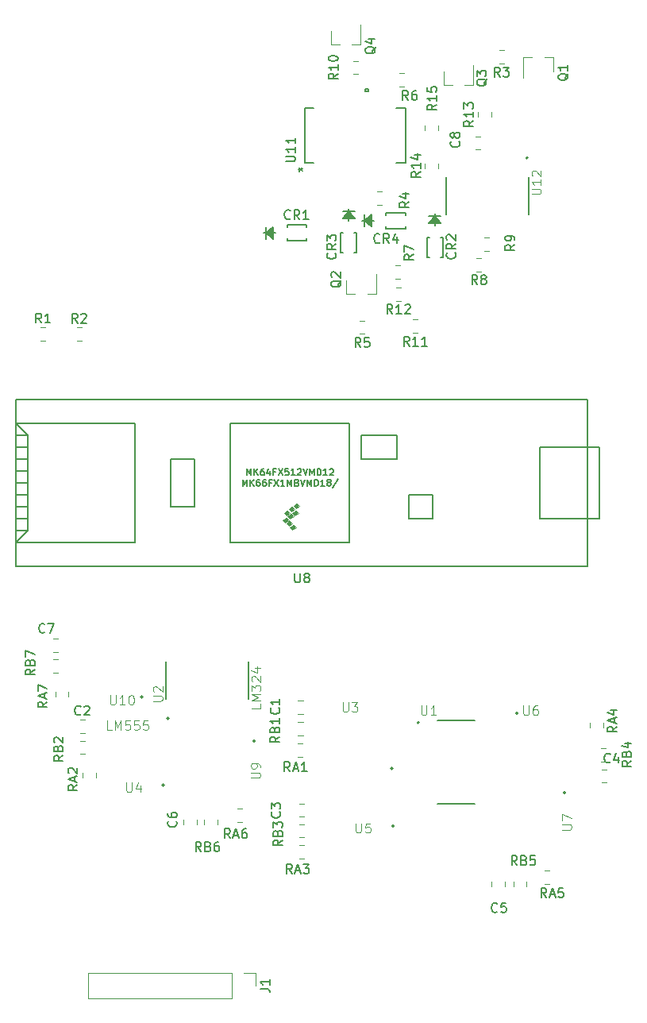
<source format=gbr>
%TF.GenerationSoftware,KiCad,Pcbnew,(5.0.1)-4*%
%TF.CreationDate,2019-11-27T13:35:36-06:00*%
%TF.ProjectId,new_synth_transistor,6E65775F73796E74685F7472616E7369,rev?*%
%TF.SameCoordinates,Original*%
%TF.FileFunction,Legend,Top*%
%TF.FilePolarity,Positive*%
%FSLAX46Y46*%
G04 Gerber Fmt 4.6, Leading zero omitted, Abs format (unit mm)*
G04 Created by KiCad (PCBNEW (5.0.1)-4) date 11/27/2019 1:35:36 PM*
%MOMM*%
%LPD*%
G01*
G04 APERTURE LIST*
%ADD10C,0.200000*%
%ADD11C,0.127000*%
%ADD12C,0.152400*%
%ADD13C,0.150000*%
%ADD14C,0.100000*%
%ADD15C,0.120000*%
%ADD16C,0.050000*%
G04 APERTURE END LIST*
D10*
X272691529Y-33233212D02*
G75*
G03X272691529Y-33233212I-100000J0D01*
G01*
D11*
X272811529Y-35278212D02*
X272811529Y-39278212D01*
X263951529Y-35278212D02*
X263951529Y-39278212D01*
X231613448Y-90657494D02*
G75*
G03X231613448Y-90657494I-127000J0D01*
G01*
X271607280Y-92435680D02*
G75*
G03X271607280Y-92435680I-127000J0D01*
G01*
X233919970Y-100095153D02*
G75*
G03X233919970Y-100095153I-127000J0D01*
G01*
D12*
X259609200Y-33745902D02*
X259609200Y-27903902D01*
X259609200Y-27903902D02*
X258659240Y-27903902D01*
X248865000Y-27903902D02*
X248865000Y-33745902D01*
X248865000Y-33745902D02*
X249814960Y-33745902D01*
X258659240Y-33745902D02*
X259609200Y-33745902D01*
X249814960Y-27903902D02*
X248865000Y-27903902D01*
X255316600Y-25859202D02*
X255697600Y-25859202D01*
X255697600Y-25859202D02*
X255697600Y-26113202D01*
X255697600Y-26113202D02*
X255316600Y-26113202D01*
X255316600Y-26113202D02*
X255316600Y-25859202D01*
D13*
X262554720Y-71688960D02*
X262554720Y-69148960D01*
X262554720Y-69148960D02*
X260014720Y-69148960D01*
X260014720Y-69148960D02*
X260014720Y-71688960D01*
X260014720Y-71688960D02*
X262554720Y-71688960D01*
X254934720Y-62798960D02*
X258744720Y-62798960D01*
X258744720Y-62798960D02*
X258744720Y-65338960D01*
X258744720Y-65338960D02*
X254934720Y-65338960D01*
X254934720Y-65338960D02*
X254934720Y-62798960D01*
X240964720Y-61528960D02*
X240964720Y-74228960D01*
X253664720Y-74228960D02*
X253664720Y-61528960D01*
X253664720Y-61528960D02*
X240964720Y-61528960D01*
X253664720Y-74228960D02*
X240964720Y-74228960D01*
X219374720Y-62798960D02*
X218104720Y-62798960D01*
X219374720Y-64068960D02*
X218104720Y-64068960D01*
X219374720Y-65338960D02*
X218104720Y-65338960D01*
X219374720Y-66608960D02*
X218104720Y-66608960D01*
X219374720Y-67878960D02*
X218104720Y-67878960D01*
X219374720Y-69148960D02*
X218104720Y-69148960D01*
X219374720Y-70418960D02*
X218104720Y-70418960D01*
X219374720Y-71688960D02*
X218104720Y-71688960D01*
X219374720Y-72958960D02*
X218104720Y-72958960D01*
X218104720Y-61528960D02*
X219374720Y-62798960D01*
X219374720Y-62798960D02*
X219374720Y-72958960D01*
X219374720Y-72958960D02*
X218104720Y-74228960D01*
X218104720Y-74228960D02*
X230804720Y-74228960D01*
X230804720Y-74228960D02*
X230804720Y-61528960D01*
X230804720Y-61528960D02*
X218104720Y-61528960D01*
X218104720Y-76768960D02*
X279064720Y-76768960D01*
X279064720Y-58988960D02*
X218104720Y-58988960D01*
X279064720Y-64068960D02*
X280334720Y-64068960D01*
X280334720Y-64068960D02*
X280334720Y-71688960D01*
X280334720Y-71688960D02*
X279064720Y-71688960D01*
X273984720Y-64068960D02*
X273984720Y-71688960D01*
X273984720Y-71688960D02*
X279064720Y-71688960D01*
X273984720Y-64068960D02*
X279064720Y-64068960D01*
X234614720Y-70418960D02*
X234614720Y-65338960D01*
X234614720Y-65338960D02*
X237154720Y-65338960D01*
X237154720Y-65338960D02*
X237154720Y-70418960D01*
X237154720Y-70418960D02*
X234614720Y-70418960D01*
X218104720Y-76768960D02*
X218104720Y-58988960D01*
X279064720Y-58988960D02*
X279064720Y-76768960D01*
D14*
G36*
X247568720Y-72831960D02*
X247314720Y-72577960D01*
X247695720Y-72323960D01*
X247949720Y-72577960D01*
X247568720Y-72831960D01*
G37*
X247568720Y-72831960D02*
X247314720Y-72577960D01*
X247695720Y-72323960D01*
X247949720Y-72577960D01*
X247568720Y-72831960D01*
G36*
X247822720Y-71307960D02*
X247568720Y-71053960D01*
X247949720Y-70799960D01*
X248203720Y-71053960D01*
X247822720Y-71307960D01*
G37*
X247822720Y-71307960D02*
X247568720Y-71053960D01*
X247949720Y-70799960D01*
X248203720Y-71053960D01*
X247822720Y-71307960D01*
G36*
X247949720Y-70545960D02*
X247695720Y-70291960D01*
X248076720Y-70037960D01*
X248330720Y-70291960D01*
X247949720Y-70545960D01*
G37*
X247949720Y-70545960D02*
X247695720Y-70291960D01*
X248076720Y-70037960D01*
X248330720Y-70291960D01*
X247949720Y-70545960D01*
G36*
X246806720Y-72069960D02*
X246552720Y-71815960D01*
X246933720Y-71561960D01*
X247187720Y-71815960D01*
X246806720Y-72069960D01*
G37*
X246806720Y-72069960D02*
X246552720Y-71815960D01*
X246933720Y-71561960D01*
X247187720Y-71815960D01*
X246806720Y-72069960D01*
G36*
X247441720Y-70926960D02*
X247187720Y-70672960D01*
X247568720Y-70418960D01*
X247822720Y-70672960D01*
X247441720Y-70926960D01*
G37*
X247441720Y-70926960D02*
X247187720Y-70672960D01*
X247568720Y-70418960D01*
X247822720Y-70672960D01*
X247441720Y-70926960D01*
G36*
X246933720Y-71307960D02*
X246679720Y-71053960D01*
X247060720Y-70799960D01*
X247314720Y-71053960D01*
X246933720Y-71307960D01*
G37*
X246933720Y-71307960D02*
X246679720Y-71053960D01*
X247060720Y-70799960D01*
X247314720Y-71053960D01*
X246933720Y-71307960D01*
G36*
X247187720Y-72450960D02*
X246933720Y-72196960D01*
X247314720Y-71942960D01*
X247568720Y-72196960D01*
X247187720Y-72450960D01*
G37*
X247187720Y-72450960D02*
X246933720Y-72196960D01*
X247314720Y-71942960D01*
X247568720Y-72196960D01*
X247187720Y-72450960D01*
G36*
X247314720Y-71688960D02*
X247060720Y-71434960D01*
X247441720Y-71180960D01*
X247695720Y-71434960D01*
X247314720Y-71688960D01*
G37*
X247314720Y-71688960D02*
X247060720Y-71434960D01*
X247441720Y-71180960D01*
X247695720Y-71434960D01*
X247314720Y-71688960D01*
D15*
X248168816Y-91084711D02*
X248685972Y-91084711D01*
X248168816Y-92504711D02*
X248685972Y-92504711D01*
X224901172Y-93111353D02*
X225418328Y-93111353D01*
X224901172Y-94531353D02*
X225418328Y-94531353D01*
X248292717Y-103458921D02*
X248809873Y-103458921D01*
X248292717Y-102038921D02*
X248809873Y-102038921D01*
X281040338Y-98400800D02*
X280523182Y-98400800D01*
X281040338Y-99820800D02*
X280523182Y-99820800D01*
X268804320Y-110875578D02*
X268804320Y-110358422D01*
X270224320Y-110875578D02*
X270224320Y-110358422D01*
X237341480Y-104312218D02*
X237341480Y-103795062D01*
X235921480Y-104312218D02*
X235921480Y-103795062D01*
X222043230Y-84456014D02*
X222560386Y-84456014D01*
X222043230Y-85876014D02*
X222560386Y-85876014D01*
X267596998Y-32347702D02*
X267079842Y-32347702D01*
X267596998Y-30927702D02*
X267079842Y-30927702D01*
D12*
X245723020Y-41218582D02*
X244453020Y-41218582D01*
X244707020Y-40583582D02*
X244707020Y-41853582D01*
X244707020Y-41218582D02*
X245469020Y-40583582D01*
X244707020Y-41218582D02*
X245469020Y-40710582D01*
X244707020Y-41218582D02*
X245469020Y-40837582D01*
X244707020Y-41218582D02*
X245469020Y-40964582D01*
X244707020Y-41218582D02*
X245469020Y-41091582D01*
X244707020Y-41218582D02*
X245469020Y-41853582D01*
X244707020Y-41218582D02*
X245469020Y-41726582D01*
X244707020Y-41218582D02*
X245469020Y-41599582D01*
X244707020Y-41218582D02*
X245469020Y-41472582D01*
X244707020Y-41218582D02*
X245469020Y-41345582D01*
X245469020Y-40583582D02*
X245469020Y-41853582D01*
X247031120Y-42069482D02*
X249088520Y-42069482D01*
X249088520Y-42069482D02*
X249088520Y-41792622D01*
X249088520Y-40367682D02*
X247031120Y-40367682D01*
X247031120Y-40367682D02*
X247031120Y-40644542D01*
X247031120Y-41792622D02*
X247031120Y-42069482D01*
X249088520Y-40644542D02*
X249088520Y-40367682D01*
X263347249Y-43783152D02*
X263624109Y-43783152D01*
X262199169Y-41725752D02*
X261922309Y-41725752D01*
X263624109Y-41725752D02*
X263347249Y-41725752D01*
X263624109Y-43783152D02*
X263624109Y-41725752D01*
X261922309Y-43783152D02*
X262199169Y-43783152D01*
X261922309Y-41725752D02*
X261922309Y-43783152D01*
X263408209Y-40163652D02*
X262138209Y-40163652D01*
X262773209Y-39401652D02*
X262646209Y-40163652D01*
X262773209Y-39401652D02*
X262519209Y-40163652D01*
X262773209Y-39401652D02*
X262392209Y-40163652D01*
X262773209Y-39401652D02*
X262265209Y-40163652D01*
X262773209Y-39401652D02*
X262138209Y-40163652D01*
X262773209Y-39401652D02*
X262900209Y-40163652D01*
X262773209Y-39401652D02*
X263027209Y-40163652D01*
X262773209Y-39401652D02*
X263154209Y-40163652D01*
X262773209Y-39401652D02*
X263281209Y-40163652D01*
X262773209Y-39401652D02*
X263408209Y-40163652D01*
X263408209Y-39401652D02*
X262138209Y-39401652D01*
X262773209Y-40417652D02*
X262773209Y-39147652D01*
X254145660Y-43293762D02*
X254422520Y-43293762D01*
X252997580Y-41236362D02*
X252720720Y-41236362D01*
X254422520Y-41236362D02*
X254145660Y-41236362D01*
X254422520Y-43293762D02*
X254422520Y-41236362D01*
X252720720Y-43293762D02*
X252997580Y-43293762D01*
X252720720Y-41236362D02*
X252720720Y-43293762D01*
X254206620Y-39674262D02*
X252936620Y-39674262D01*
X253571620Y-38912262D02*
X253444620Y-39674262D01*
X253571620Y-38912262D02*
X253317620Y-39674262D01*
X253571620Y-38912262D02*
X253190620Y-39674262D01*
X253571620Y-38912262D02*
X253063620Y-39674262D01*
X253571620Y-38912262D02*
X252936620Y-39674262D01*
X253571620Y-38912262D02*
X253698620Y-39674262D01*
X253571620Y-38912262D02*
X253825620Y-39674262D01*
X253571620Y-38912262D02*
X253952620Y-39674262D01*
X253571620Y-38912262D02*
X254079620Y-39674262D01*
X253571620Y-38912262D02*
X254206620Y-39674262D01*
X254206620Y-38912262D02*
X252936620Y-38912262D01*
X253571620Y-39928262D02*
X253571620Y-38658262D01*
X256258940Y-39913022D02*
X254988940Y-39913022D01*
X255242940Y-39278022D02*
X255242940Y-40548022D01*
X255242940Y-39913022D02*
X256004940Y-39278022D01*
X255242940Y-39913022D02*
X256004940Y-39405022D01*
X255242940Y-39913022D02*
X256004940Y-39532022D01*
X255242940Y-39913022D02*
X256004940Y-39659022D01*
X255242940Y-39913022D02*
X256004940Y-39786022D01*
X255242940Y-39913022D02*
X256004940Y-40548022D01*
X255242940Y-39913022D02*
X256004940Y-40421022D01*
X255242940Y-39913022D02*
X256004940Y-40294022D01*
X255242940Y-39913022D02*
X256004940Y-40167022D01*
X255242940Y-39913022D02*
X256004940Y-40040022D01*
X256004940Y-39278022D02*
X256004940Y-40548022D01*
X257567040Y-40763922D02*
X259624440Y-40763922D01*
X259624440Y-40763922D02*
X259624440Y-40487062D01*
X259624440Y-39062122D02*
X257567040Y-39062122D01*
X257567040Y-39062122D02*
X257567040Y-39338982D01*
X257567040Y-40487062D02*
X257567040Y-40763922D01*
X259624440Y-39338982D02*
X259624440Y-39062122D01*
D15*
X243686640Y-120122640D02*
X243686640Y-121452640D01*
X242356640Y-120122640D02*
X243686640Y-120122640D01*
X241086640Y-120122640D02*
X241086640Y-122782640D01*
X241086640Y-122782640D02*
X225786640Y-122782640D01*
X241086640Y-120122640D02*
X225786640Y-120122640D01*
X225786640Y-120122640D02*
X225786640Y-122782640D01*
X275381840Y-22516560D02*
X274451840Y-22516560D01*
X272221840Y-22516560D02*
X273151840Y-22516560D01*
X272221840Y-22516560D02*
X272221840Y-24676560D01*
X275381840Y-22516560D02*
X275381840Y-23976560D01*
X253327700Y-47753782D02*
X253327700Y-46293782D01*
X256487700Y-47753782D02*
X256487700Y-45593782D01*
X256487700Y-47753782D02*
X255557700Y-47753782D01*
X253327700Y-47753782D02*
X254257700Y-47753782D01*
X263706100Y-25463502D02*
X263706100Y-24003502D01*
X266866100Y-25463502D02*
X266866100Y-23303502D01*
X266866100Y-25463502D02*
X265936100Y-25463502D01*
X263706100Y-25463502D02*
X264636100Y-25463502D01*
X251681740Y-21170902D02*
X252611740Y-21170902D01*
X254841740Y-21170902D02*
X253911740Y-21170902D01*
X254841740Y-21170902D02*
X254841740Y-19010902D01*
X251681740Y-21170902D02*
X251681740Y-19710902D01*
X220701102Y-52703800D02*
X221218258Y-52703800D01*
X220701102Y-51283800D02*
X221218258Y-51283800D01*
X224556822Y-51309200D02*
X225073978Y-51309200D01*
X224556822Y-52729200D02*
X225073978Y-52729200D01*
X270143738Y-23168680D02*
X269626582Y-23168680D01*
X270143738Y-21748680D02*
X269626582Y-21748680D01*
X256615042Y-38210022D02*
X257132198Y-38210022D01*
X256615042Y-36790022D02*
X257132198Y-36790022D01*
X255272918Y-51981902D02*
X254755762Y-51981902D01*
X255272918Y-50561902D02*
X254755762Y-50561902D01*
X259492098Y-25606542D02*
X258974942Y-25606542D01*
X259492098Y-24186542D02*
X258974942Y-24186542D01*
X259098158Y-44664022D02*
X258581002Y-44664022D01*
X259098158Y-46084022D02*
X258581002Y-46084022D01*
X267725707Y-45313572D02*
X267208551Y-45313572D01*
X267725707Y-43893572D02*
X267208551Y-43893572D01*
X268006111Y-43139332D02*
X268523267Y-43139332D01*
X268006111Y-41719332D02*
X268523267Y-41719332D01*
X254085202Y-24295902D02*
X254602358Y-24295902D01*
X254085202Y-22875902D02*
X254602358Y-22875902D01*
X260937118Y-50455222D02*
X260419962Y-50455222D01*
X260937118Y-51875222D02*
X260419962Y-51875222D01*
X259138798Y-47031302D02*
X258621642Y-47031302D01*
X259138798Y-48451302D02*
X258621642Y-48451302D01*
X267354860Y-28873680D02*
X267354860Y-28356524D01*
X268774860Y-28873680D02*
X268774860Y-28356524D01*
X261705900Y-34324520D02*
X261705900Y-33807364D01*
X263125900Y-34324520D02*
X263125900Y-33807364D01*
X261665260Y-30255440D02*
X261665260Y-29738284D01*
X263085260Y-30255440D02*
X263085260Y-29738284D01*
X248614852Y-95666871D02*
X248097696Y-95666871D01*
X248614852Y-97086871D02*
X248097696Y-97086871D01*
X226639130Y-98774855D02*
X226639130Y-99292011D01*
X225219130Y-98774855D02*
X225219130Y-99292011D01*
X248835273Y-106489001D02*
X248318117Y-106489001D01*
X248835273Y-107909001D02*
X248318117Y-107909001D01*
X280734840Y-93977198D02*
X280734840Y-93460042D01*
X279314840Y-93977198D02*
X279314840Y-93460042D01*
X274454163Y-110590697D02*
X274971319Y-110590697D01*
X274454163Y-109170697D02*
X274971319Y-109170697D01*
X241678722Y-104001640D02*
X242195878Y-104001640D01*
X241678722Y-102581640D02*
X242195878Y-102581640D01*
X222277608Y-90099196D02*
X222277608Y-90616352D01*
X223697608Y-90099196D02*
X223697608Y-90616352D01*
X248685972Y-94775471D02*
X248168816Y-94775471D01*
X248685972Y-93355471D02*
X248168816Y-93355471D01*
X225440948Y-96776713D02*
X224923792Y-96776713D01*
X225440948Y-95356713D02*
X224923792Y-95356713D01*
X248843133Y-105658561D02*
X248325977Y-105658561D01*
X248843133Y-104238561D02*
X248325977Y-104238561D01*
X280480242Y-96150360D02*
X280997398Y-96150360D01*
X280480242Y-97570360D02*
X280997398Y-97570360D01*
X272556040Y-110353342D02*
X272556040Y-110870498D01*
X271136040Y-110353342D02*
X271136040Y-110870498D01*
X239566520Y-103764582D02*
X239566520Y-104281738D01*
X238146520Y-103764582D02*
X238146520Y-104281738D01*
X222588566Y-88101054D02*
X222071410Y-88101054D01*
X222588566Y-86681054D02*
X222071410Y-86681054D01*
D11*
X263038840Y-102052360D02*
X267038840Y-102052360D01*
X263038840Y-93192360D02*
X267038840Y-93192360D01*
D10*
X261093840Y-93412360D02*
G75*
G03X261093840Y-93412360I-100000J0D01*
G01*
X234385840Y-92975480D02*
G75*
G03X234385840Y-92975480I-100000J0D01*
G01*
D11*
X234065840Y-90930480D02*
X234065840Y-86930480D01*
X242925840Y-90930480D02*
X242925840Y-86930480D01*
X258294832Y-98312968D02*
G75*
G03X258294832Y-98312968I-127000J0D01*
G01*
X258406612Y-104435780D02*
G75*
G03X258406612Y-104435780I-127000J0D01*
G01*
X276744741Y-100889097D02*
G75*
G03X276744741Y-100889097I-127000J0D01*
G01*
X243570760Y-95377000D02*
G75*
G03X243570760Y-95377000I-127000J0D01*
G01*
D16*
X273075909Y-37086307D02*
X273885433Y-37086307D01*
X273980671Y-37038688D01*
X274028290Y-36991069D01*
X274075909Y-36895831D01*
X274075909Y-36705354D01*
X274028290Y-36610116D01*
X273980671Y-36562497D01*
X273885433Y-36514878D01*
X273075909Y-36514878D01*
X274075909Y-35514878D02*
X274075909Y-36086307D01*
X274075909Y-35800592D02*
X273075909Y-35800592D01*
X273218767Y-35895831D01*
X273314005Y-35991069D01*
X273361624Y-36086307D01*
X273171148Y-35133926D02*
X273123529Y-35086307D01*
X273075909Y-34991069D01*
X273075909Y-34752973D01*
X273123529Y-34657735D01*
X273171148Y-34610116D01*
X273266386Y-34562497D01*
X273361624Y-34562497D01*
X273504481Y-34610116D01*
X274075909Y-35181545D01*
X274075909Y-34562497D01*
X228136251Y-90499831D02*
X228136251Y-91310837D01*
X228183957Y-91406249D01*
X228231663Y-91453955D01*
X228327075Y-91501661D01*
X228517900Y-91501661D01*
X228613312Y-91453955D01*
X228661019Y-91406249D01*
X228708725Y-91310837D01*
X228708725Y-90499831D01*
X229710555Y-91501661D02*
X229138081Y-91501661D01*
X229424318Y-91501661D02*
X229424318Y-90499831D01*
X229328905Y-90642950D01*
X229233493Y-90738362D01*
X229138081Y-90786068D01*
X230330735Y-90499831D02*
X230426148Y-90499831D01*
X230521560Y-90547538D01*
X230569266Y-90595244D01*
X230616972Y-90690656D01*
X230664679Y-90881481D01*
X230664679Y-91120012D01*
X230616972Y-91310837D01*
X230569266Y-91406249D01*
X230521560Y-91453955D01*
X230426148Y-91501661D01*
X230330735Y-91501661D01*
X230235323Y-91453955D01*
X230187617Y-91406249D01*
X230139911Y-91310837D01*
X230092204Y-91120012D01*
X230092204Y-90881481D01*
X230139911Y-90690656D01*
X230187617Y-90595244D01*
X230235323Y-90547538D01*
X230330735Y-90499831D01*
X272210500Y-91602578D02*
X272210500Y-92413584D01*
X272258207Y-92508996D01*
X272305913Y-92556702D01*
X272401325Y-92604408D01*
X272592150Y-92604408D01*
X272687562Y-92556702D01*
X272735269Y-92508996D01*
X272782975Y-92413584D01*
X272782975Y-91602578D01*
X273689392Y-91602578D02*
X273498568Y-91602578D01*
X273403155Y-91650285D01*
X273355449Y-91697991D01*
X273260037Y-91841109D01*
X273212330Y-92031934D01*
X273212330Y-92413584D01*
X273260037Y-92508996D01*
X273307743Y-92556702D01*
X273403155Y-92604408D01*
X273593980Y-92604408D01*
X273689392Y-92556702D01*
X273737099Y-92508996D01*
X273784805Y-92413584D01*
X273784805Y-92175053D01*
X273737099Y-92079640D01*
X273689392Y-92031934D01*
X273593980Y-91984228D01*
X273403155Y-91984228D01*
X273307743Y-92031934D01*
X273260037Y-92079640D01*
X273212330Y-92175053D01*
X229853500Y-99806551D02*
X229853500Y-100617557D01*
X229901207Y-100712969D01*
X229948913Y-100760675D01*
X230044325Y-100808381D01*
X230235150Y-100808381D01*
X230330562Y-100760675D01*
X230378269Y-100712969D01*
X230425975Y-100617557D01*
X230425975Y-99806551D01*
X231332392Y-100140495D02*
X231332392Y-100808381D01*
X231093861Y-99758845D02*
X230855330Y-100474438D01*
X231475511Y-100474438D01*
X228290185Y-94195306D02*
X227813623Y-94195306D01*
X227813623Y-93194526D01*
X228623778Y-94195306D02*
X228623778Y-93194526D01*
X228957371Y-93909369D01*
X229290965Y-93194526D01*
X229290965Y-94195306D01*
X230244089Y-93194526D02*
X229767527Y-93194526D01*
X229719870Y-93671088D01*
X229767527Y-93623432D01*
X229862839Y-93575776D01*
X230101120Y-93575776D01*
X230196432Y-93623432D01*
X230244089Y-93671088D01*
X230291745Y-93766401D01*
X230291745Y-94004682D01*
X230244089Y-94099994D01*
X230196432Y-94147650D01*
X230101120Y-94195306D01*
X229862839Y-94195306D01*
X229767527Y-94147650D01*
X229719870Y-94099994D01*
X231197212Y-93194526D02*
X230720650Y-93194526D01*
X230672994Y-93671088D01*
X230720650Y-93623432D01*
X230815963Y-93575776D01*
X231054244Y-93575776D01*
X231149556Y-93623432D01*
X231197212Y-93671088D01*
X231244869Y-93766401D01*
X231244869Y-94004682D01*
X231197212Y-94099994D01*
X231149556Y-94147650D01*
X231054244Y-94195306D01*
X230815963Y-94195306D01*
X230720650Y-94147650D01*
X230672994Y-94099994D01*
X232150336Y-93194526D02*
X231673774Y-93194526D01*
X231626118Y-93671088D01*
X231673774Y-93623432D01*
X231769087Y-93575776D01*
X232007368Y-93575776D01*
X232102680Y-93623432D01*
X232150336Y-93671088D01*
X232197992Y-93766401D01*
X232197992Y-94004682D01*
X232150336Y-94099994D01*
X232102680Y-94147650D01*
X232007368Y-94195306D01*
X231769087Y-94195306D01*
X231673774Y-94147650D01*
X231626118Y-94099994D01*
D13*
X246882280Y-33617477D02*
X247691804Y-33617477D01*
X247787042Y-33569858D01*
X247834661Y-33522239D01*
X247882280Y-33427001D01*
X247882280Y-33236524D01*
X247834661Y-33141286D01*
X247787042Y-33093667D01*
X247691804Y-33046048D01*
X246882280Y-33046048D01*
X247882280Y-32046048D02*
X247882280Y-32617477D01*
X247882280Y-32331762D02*
X246882280Y-32331762D01*
X247025138Y-32427001D01*
X247120376Y-32522239D01*
X247167995Y-32617477D01*
X247882280Y-31093667D02*
X247882280Y-31665096D01*
X247882280Y-31379382D02*
X246882280Y-31379382D01*
X247025138Y-31474620D01*
X247120376Y-31569858D01*
X247167995Y-31665096D01*
X248177680Y-34457102D02*
X248415776Y-34457102D01*
X248320538Y-34695197D02*
X248415776Y-34457102D01*
X248320538Y-34219006D01*
X248606252Y-34599959D02*
X248415776Y-34457102D01*
X248606252Y-34314244D01*
X247822815Y-77491340D02*
X247822815Y-78300864D01*
X247870434Y-78396102D01*
X247918053Y-78443721D01*
X248013291Y-78491340D01*
X248203767Y-78491340D01*
X248299005Y-78443721D01*
X248346624Y-78396102D01*
X248394243Y-78300864D01*
X248394243Y-77491340D01*
X249013291Y-77919912D02*
X248918053Y-77872293D01*
X248870434Y-77824674D01*
X248822815Y-77729436D01*
X248822815Y-77681817D01*
X248870434Y-77586579D01*
X248918053Y-77538960D01*
X249013291Y-77491340D01*
X249203767Y-77491340D01*
X249299005Y-77538960D01*
X249346624Y-77586579D01*
X249394243Y-77681817D01*
X249394243Y-77729436D01*
X249346624Y-77824674D01*
X249299005Y-77872293D01*
X249203767Y-77919912D01*
X249013291Y-77919912D01*
X248918053Y-77967531D01*
X248870434Y-78015150D01*
X248822815Y-78110388D01*
X248822815Y-78300864D01*
X248870434Y-78396102D01*
X248918053Y-78443721D01*
X249013291Y-78491340D01*
X249203767Y-78491340D01*
X249299005Y-78443721D01*
X249346624Y-78396102D01*
X249394243Y-78300864D01*
X249394243Y-78110388D01*
X249346624Y-78015150D01*
X249299005Y-77967531D01*
X249203767Y-77919912D01*
X242264720Y-68195626D02*
X242264720Y-67495626D01*
X242498053Y-67995626D01*
X242731386Y-67495626D01*
X242731386Y-68195626D01*
X243064720Y-68195626D02*
X243064720Y-67495626D01*
X243464720Y-68195626D02*
X243164720Y-67795626D01*
X243464720Y-67495626D02*
X243064720Y-67895626D01*
X244064720Y-67495626D02*
X243931386Y-67495626D01*
X243864720Y-67528960D01*
X243831386Y-67562293D01*
X243764720Y-67662293D01*
X243731386Y-67795626D01*
X243731386Y-68062293D01*
X243764720Y-68128960D01*
X243798053Y-68162293D01*
X243864720Y-68195626D01*
X243998053Y-68195626D01*
X244064720Y-68162293D01*
X244098053Y-68128960D01*
X244131386Y-68062293D01*
X244131386Y-67895626D01*
X244098053Y-67828960D01*
X244064720Y-67795626D01*
X243998053Y-67762293D01*
X243864720Y-67762293D01*
X243798053Y-67795626D01*
X243764720Y-67828960D01*
X243731386Y-67895626D01*
X244731386Y-67495626D02*
X244598053Y-67495626D01*
X244531386Y-67528960D01*
X244498053Y-67562293D01*
X244431386Y-67662293D01*
X244398053Y-67795626D01*
X244398053Y-68062293D01*
X244431386Y-68128960D01*
X244464720Y-68162293D01*
X244531386Y-68195626D01*
X244664720Y-68195626D01*
X244731386Y-68162293D01*
X244764720Y-68128960D01*
X244798053Y-68062293D01*
X244798053Y-67895626D01*
X244764720Y-67828960D01*
X244731386Y-67795626D01*
X244664720Y-67762293D01*
X244531386Y-67762293D01*
X244464720Y-67795626D01*
X244431386Y-67828960D01*
X244398053Y-67895626D01*
X245331386Y-67828960D02*
X245098053Y-67828960D01*
X245098053Y-68195626D02*
X245098053Y-67495626D01*
X245431386Y-67495626D01*
X245631386Y-67495626D02*
X246098053Y-68195626D01*
X246098053Y-67495626D02*
X245631386Y-68195626D01*
X246731386Y-68195626D02*
X246331386Y-68195626D01*
X246531386Y-68195626D02*
X246531386Y-67495626D01*
X246464720Y-67595626D01*
X246398053Y-67662293D01*
X246331386Y-67695626D01*
X247031386Y-68195626D02*
X247031386Y-67495626D01*
X247264720Y-67995626D01*
X247498053Y-67495626D01*
X247498053Y-68195626D01*
X248064720Y-67828960D02*
X248164720Y-67862293D01*
X248198053Y-67895626D01*
X248231386Y-67962293D01*
X248231386Y-68062293D01*
X248198053Y-68128960D01*
X248164720Y-68162293D01*
X248098053Y-68195626D01*
X247831386Y-68195626D01*
X247831386Y-67495626D01*
X248064720Y-67495626D01*
X248131386Y-67528960D01*
X248164720Y-67562293D01*
X248198053Y-67628960D01*
X248198053Y-67695626D01*
X248164720Y-67762293D01*
X248131386Y-67795626D01*
X248064720Y-67828960D01*
X247831386Y-67828960D01*
X248431386Y-67495626D02*
X248664720Y-68195626D01*
X248898053Y-67495626D01*
X249131386Y-68195626D02*
X249131386Y-67495626D01*
X249364720Y-67995626D01*
X249598053Y-67495626D01*
X249598053Y-68195626D01*
X249931386Y-68195626D02*
X249931386Y-67495626D01*
X250098053Y-67495626D01*
X250198053Y-67528960D01*
X250264720Y-67595626D01*
X250298053Y-67662293D01*
X250331386Y-67795626D01*
X250331386Y-67895626D01*
X250298053Y-68028960D01*
X250264720Y-68095626D01*
X250198053Y-68162293D01*
X250098053Y-68195626D01*
X249931386Y-68195626D01*
X250998053Y-68195626D02*
X250598053Y-68195626D01*
X250798053Y-68195626D02*
X250798053Y-67495626D01*
X250731386Y-67595626D01*
X250664720Y-67662293D01*
X250598053Y-67695626D01*
X251398053Y-67795626D02*
X251331386Y-67762293D01*
X251298053Y-67728960D01*
X251264720Y-67662293D01*
X251264720Y-67628960D01*
X251298053Y-67562293D01*
X251331386Y-67528960D01*
X251398053Y-67495626D01*
X251531386Y-67495626D01*
X251598053Y-67528960D01*
X251631386Y-67562293D01*
X251664720Y-67628960D01*
X251664720Y-67662293D01*
X251631386Y-67728960D01*
X251598053Y-67762293D01*
X251531386Y-67795626D01*
X251398053Y-67795626D01*
X251331386Y-67828960D01*
X251298053Y-67862293D01*
X251264720Y-67928960D01*
X251264720Y-68062293D01*
X251298053Y-68128960D01*
X251331386Y-68162293D01*
X251398053Y-68195626D01*
X251531386Y-68195626D01*
X251598053Y-68162293D01*
X251631386Y-68128960D01*
X251664720Y-68062293D01*
X251664720Y-67928960D01*
X251631386Y-67862293D01*
X251598053Y-67828960D01*
X251531386Y-67795626D01*
X252464720Y-67462293D02*
X251864720Y-68362293D01*
X242714720Y-67052626D02*
X242714720Y-66352626D01*
X242948053Y-66852626D01*
X243181386Y-66352626D01*
X243181386Y-67052626D01*
X243514720Y-67052626D02*
X243514720Y-66352626D01*
X243914720Y-67052626D02*
X243614720Y-66652626D01*
X243914720Y-66352626D02*
X243514720Y-66752626D01*
X244514720Y-66352626D02*
X244381386Y-66352626D01*
X244314720Y-66385960D01*
X244281386Y-66419293D01*
X244214720Y-66519293D01*
X244181386Y-66652626D01*
X244181386Y-66919293D01*
X244214720Y-66985960D01*
X244248053Y-67019293D01*
X244314720Y-67052626D01*
X244448053Y-67052626D01*
X244514720Y-67019293D01*
X244548053Y-66985960D01*
X244581386Y-66919293D01*
X244581386Y-66752626D01*
X244548053Y-66685960D01*
X244514720Y-66652626D01*
X244448053Y-66619293D01*
X244314720Y-66619293D01*
X244248053Y-66652626D01*
X244214720Y-66685960D01*
X244181386Y-66752626D01*
X245181386Y-66585960D02*
X245181386Y-67052626D01*
X245014720Y-66319293D02*
X244848053Y-66819293D01*
X245281386Y-66819293D01*
X245781386Y-66685960D02*
X245548053Y-66685960D01*
X245548053Y-67052626D02*
X245548053Y-66352626D01*
X245881386Y-66352626D01*
X246081386Y-66352626D02*
X246548053Y-67052626D01*
X246548053Y-66352626D02*
X246081386Y-67052626D01*
X247148053Y-66352626D02*
X246814720Y-66352626D01*
X246781386Y-66685960D01*
X246814720Y-66652626D01*
X246881386Y-66619293D01*
X247048053Y-66619293D01*
X247114720Y-66652626D01*
X247148053Y-66685960D01*
X247181386Y-66752626D01*
X247181386Y-66919293D01*
X247148053Y-66985960D01*
X247114720Y-67019293D01*
X247048053Y-67052626D01*
X246881386Y-67052626D01*
X246814720Y-67019293D01*
X246781386Y-66985960D01*
X247848053Y-67052626D02*
X247448053Y-67052626D01*
X247648053Y-67052626D02*
X247648053Y-66352626D01*
X247581386Y-66452626D01*
X247514720Y-66519293D01*
X247448053Y-66552626D01*
X248114720Y-66419293D02*
X248148053Y-66385960D01*
X248214720Y-66352626D01*
X248381386Y-66352626D01*
X248448053Y-66385960D01*
X248481386Y-66419293D01*
X248514720Y-66485960D01*
X248514720Y-66552626D01*
X248481386Y-66652626D01*
X248081386Y-67052626D01*
X248514720Y-67052626D01*
X248714720Y-66352626D02*
X248948053Y-67052626D01*
X249181386Y-66352626D01*
X249414720Y-67052626D02*
X249414720Y-66352626D01*
X249648053Y-66852626D01*
X249881386Y-66352626D01*
X249881386Y-67052626D01*
X250214720Y-67052626D02*
X250214720Y-66352626D01*
X250381386Y-66352626D01*
X250481386Y-66385960D01*
X250548053Y-66452626D01*
X250581386Y-66519293D01*
X250614720Y-66652626D01*
X250614720Y-66752626D01*
X250581386Y-66885960D01*
X250548053Y-66952626D01*
X250481386Y-67019293D01*
X250381386Y-67052626D01*
X250214720Y-67052626D01*
X251281386Y-67052626D02*
X250881386Y-67052626D01*
X251081386Y-67052626D02*
X251081386Y-66352626D01*
X251014720Y-66452626D01*
X250948053Y-66519293D01*
X250881386Y-66552626D01*
X251548053Y-66419293D02*
X251581386Y-66385960D01*
X251648053Y-66352626D01*
X251814720Y-66352626D01*
X251881386Y-66385960D01*
X251914720Y-66419293D01*
X251948053Y-66485960D01*
X251948053Y-66552626D01*
X251914720Y-66652626D01*
X251514720Y-67052626D01*
X251948053Y-67052626D01*
X246122462Y-91865746D02*
X246170081Y-91913365D01*
X246217700Y-92056222D01*
X246217700Y-92151460D01*
X246170081Y-92294318D01*
X246074843Y-92389556D01*
X245979605Y-92437175D01*
X245789129Y-92484794D01*
X245646272Y-92484794D01*
X245455796Y-92437175D01*
X245360558Y-92389556D01*
X245265320Y-92294318D01*
X245217700Y-92151460D01*
X245217700Y-92056222D01*
X245265320Y-91913365D01*
X245312939Y-91865746D01*
X246217700Y-90913365D02*
X246217700Y-91484794D01*
X246217700Y-91199080D02*
X245217700Y-91199080D01*
X245360558Y-91294318D01*
X245455796Y-91389556D01*
X245503415Y-91484794D01*
X224993083Y-92528495D02*
X224945464Y-92576114D01*
X224802607Y-92623733D01*
X224707369Y-92623733D01*
X224564511Y-92576114D01*
X224469273Y-92480876D01*
X224421654Y-92385638D01*
X224374035Y-92195162D01*
X224374035Y-92052305D01*
X224421654Y-91861829D01*
X224469273Y-91766591D01*
X224564511Y-91671353D01*
X224707369Y-91623733D01*
X224802607Y-91623733D01*
X224945464Y-91671353D01*
X224993083Y-91718972D01*
X225374035Y-91718972D02*
X225421654Y-91671353D01*
X225516892Y-91623733D01*
X225754988Y-91623733D01*
X225850226Y-91671353D01*
X225897845Y-91718972D01*
X225945464Y-91814210D01*
X225945464Y-91909448D01*
X225897845Y-92052305D01*
X225326416Y-92623733D01*
X225945464Y-92623733D01*
X246207017Y-102937775D02*
X246254636Y-102985394D01*
X246302255Y-103128251D01*
X246302255Y-103223489D01*
X246254636Y-103366347D01*
X246159398Y-103461585D01*
X246064160Y-103509204D01*
X245873684Y-103556823D01*
X245730827Y-103556823D01*
X245540351Y-103509204D01*
X245445113Y-103461585D01*
X245349875Y-103366347D01*
X245302255Y-103223489D01*
X245302255Y-103128251D01*
X245349875Y-102985394D01*
X245397494Y-102937775D01*
X245302255Y-102604442D02*
X245302255Y-101985394D01*
X245683208Y-102318728D01*
X245683208Y-102175870D01*
X245730827Y-102080632D01*
X245778446Y-102033013D01*
X245873684Y-101985394D01*
X246111779Y-101985394D01*
X246207017Y-102033013D01*
X246254636Y-102080632D01*
X246302255Y-102175870D01*
X246302255Y-102461585D01*
X246254636Y-102556823D01*
X246207017Y-102604442D01*
X281465753Y-97613742D02*
X281418134Y-97661361D01*
X281275277Y-97708980D01*
X281180039Y-97708980D01*
X281037181Y-97661361D01*
X280941943Y-97566123D01*
X280894324Y-97470885D01*
X280846705Y-97280409D01*
X280846705Y-97137552D01*
X280894324Y-96947076D01*
X280941943Y-96851838D01*
X281037181Y-96756600D01*
X281180039Y-96708980D01*
X281275277Y-96708980D01*
X281418134Y-96756600D01*
X281465753Y-96804219D01*
X282322896Y-97042314D02*
X282322896Y-97708980D01*
X282084800Y-96661361D02*
X281846705Y-97375647D01*
X282465753Y-97375647D01*
X269423853Y-113549702D02*
X269376234Y-113597321D01*
X269233377Y-113644940D01*
X269138139Y-113644940D01*
X268995281Y-113597321D01*
X268900043Y-113502083D01*
X268852424Y-113406845D01*
X268804805Y-113216369D01*
X268804805Y-113073512D01*
X268852424Y-112883036D01*
X268900043Y-112787798D01*
X268995281Y-112692560D01*
X269138139Y-112644940D01*
X269233377Y-112644940D01*
X269376234Y-112692560D01*
X269423853Y-112740179D01*
X270328615Y-112644940D02*
X269852424Y-112644940D01*
X269804805Y-113121131D01*
X269852424Y-113073512D01*
X269947662Y-113025893D01*
X270185758Y-113025893D01*
X270280996Y-113073512D01*
X270328615Y-113121131D01*
X270376234Y-113216369D01*
X270376234Y-113454464D01*
X270328615Y-113549702D01*
X270280996Y-113597321D01*
X270185758Y-113644940D01*
X269947662Y-113644940D01*
X269852424Y-113597321D01*
X269804805Y-113549702D01*
X235169982Y-103925666D02*
X235217601Y-103973285D01*
X235265220Y-104116142D01*
X235265220Y-104211380D01*
X235217601Y-104354238D01*
X235122363Y-104449476D01*
X235027125Y-104497095D01*
X234836649Y-104544714D01*
X234693792Y-104544714D01*
X234503316Y-104497095D01*
X234408078Y-104449476D01*
X234312840Y-104354238D01*
X234265220Y-104211380D01*
X234265220Y-104116142D01*
X234312840Y-103973285D01*
X234360459Y-103925666D01*
X234265220Y-103068523D02*
X234265220Y-103259000D01*
X234312840Y-103354238D01*
X234360459Y-103401857D01*
X234503316Y-103497095D01*
X234693792Y-103544714D01*
X235074744Y-103544714D01*
X235169982Y-103497095D01*
X235217601Y-103449476D01*
X235265220Y-103354238D01*
X235265220Y-103163761D01*
X235217601Y-103068523D01*
X235169982Y-103020904D01*
X235074744Y-102973285D01*
X234836649Y-102973285D01*
X234741411Y-103020904D01*
X234693792Y-103068523D01*
X234646173Y-103163761D01*
X234646173Y-103354238D01*
X234693792Y-103449476D01*
X234741411Y-103497095D01*
X234836649Y-103544714D01*
X221148613Y-83770742D02*
X221100994Y-83818361D01*
X220958137Y-83865980D01*
X220862899Y-83865980D01*
X220720041Y-83818361D01*
X220624803Y-83723123D01*
X220577184Y-83627885D01*
X220529565Y-83437409D01*
X220529565Y-83294552D01*
X220577184Y-83104076D01*
X220624803Y-83008838D01*
X220720041Y-82913600D01*
X220862899Y-82865980D01*
X220958137Y-82865980D01*
X221100994Y-82913600D01*
X221148613Y-82961219D01*
X221481946Y-82865980D02*
X222148613Y-82865980D01*
X221720041Y-83865980D01*
X265328282Y-31469088D02*
X265375901Y-31516707D01*
X265423520Y-31659564D01*
X265423520Y-31754802D01*
X265375901Y-31897660D01*
X265280663Y-31992898D01*
X265185425Y-32040517D01*
X264994949Y-32088136D01*
X264852092Y-32088136D01*
X264661616Y-32040517D01*
X264566378Y-31992898D01*
X264471140Y-31897660D01*
X264423520Y-31754802D01*
X264423520Y-31659564D01*
X264471140Y-31516707D01*
X264518759Y-31469088D01*
X264852092Y-30897660D02*
X264804473Y-30992898D01*
X264756854Y-31040517D01*
X264661616Y-31088136D01*
X264613997Y-31088136D01*
X264518759Y-31040517D01*
X264471140Y-30992898D01*
X264423520Y-30897660D01*
X264423520Y-30707183D01*
X264471140Y-30611945D01*
X264518759Y-30564326D01*
X264613997Y-30516707D01*
X264661616Y-30516707D01*
X264756854Y-30564326D01*
X264804473Y-30611945D01*
X264852092Y-30707183D01*
X264852092Y-30897660D01*
X264899711Y-30992898D01*
X264947330Y-31040517D01*
X265042568Y-31088136D01*
X265233044Y-31088136D01*
X265328282Y-31040517D01*
X265375901Y-30992898D01*
X265423520Y-30897660D01*
X265423520Y-30707183D01*
X265375901Y-30611945D01*
X265328282Y-30564326D01*
X265233044Y-30516707D01*
X265042568Y-30516707D01*
X264947330Y-30564326D01*
X264899711Y-30611945D01*
X264852092Y-30707183D01*
X247337273Y-39675804D02*
X247289654Y-39723423D01*
X247146797Y-39771042D01*
X247051559Y-39771042D01*
X246908701Y-39723423D01*
X246813463Y-39628185D01*
X246765844Y-39532947D01*
X246718225Y-39342471D01*
X246718225Y-39199614D01*
X246765844Y-39009138D01*
X246813463Y-38913900D01*
X246908701Y-38818662D01*
X247051559Y-38771042D01*
X247146797Y-38771042D01*
X247289654Y-38818662D01*
X247337273Y-38866281D01*
X248337273Y-39771042D02*
X248003940Y-39294852D01*
X247765844Y-39771042D02*
X247765844Y-38771042D01*
X248146797Y-38771042D01*
X248242035Y-38818662D01*
X248289654Y-38866281D01*
X248337273Y-38961519D01*
X248337273Y-39104376D01*
X248289654Y-39199614D01*
X248242035Y-39247233D01*
X248146797Y-39294852D01*
X247765844Y-39294852D01*
X249289654Y-39771042D02*
X248718225Y-39771042D01*
X249003940Y-39771042D02*
X249003940Y-38771042D01*
X248908701Y-38913900D01*
X248813463Y-39009138D01*
X248718225Y-39056757D01*
X264903271Y-43349998D02*
X264950890Y-43397617D01*
X264998509Y-43540474D01*
X264998509Y-43635712D01*
X264950890Y-43778570D01*
X264855652Y-43873808D01*
X264760414Y-43921427D01*
X264569938Y-43969046D01*
X264427081Y-43969046D01*
X264236605Y-43921427D01*
X264141367Y-43873808D01*
X264046129Y-43778570D01*
X263998509Y-43635712D01*
X263998509Y-43540474D01*
X264046129Y-43397617D01*
X264093748Y-43349998D01*
X264998509Y-42349998D02*
X264522319Y-42683332D01*
X264998509Y-42921427D02*
X263998509Y-42921427D01*
X263998509Y-42540474D01*
X264046129Y-42445236D01*
X264093748Y-42397617D01*
X264188986Y-42349998D01*
X264331843Y-42349998D01*
X264427081Y-42397617D01*
X264474700Y-42445236D01*
X264522319Y-42540474D01*
X264522319Y-42921427D01*
X264093748Y-41969046D02*
X264046129Y-41921427D01*
X263998509Y-41826189D01*
X263998509Y-41588093D01*
X264046129Y-41492855D01*
X264093748Y-41445236D01*
X264188986Y-41397617D01*
X264284224Y-41397617D01*
X264427081Y-41445236D01*
X264998509Y-42016665D01*
X264998509Y-41397617D01*
X252140602Y-43373688D02*
X252188221Y-43421307D01*
X252235840Y-43564164D01*
X252235840Y-43659402D01*
X252188221Y-43802260D01*
X252092983Y-43897498D01*
X251997745Y-43945117D01*
X251807269Y-43992736D01*
X251664412Y-43992736D01*
X251473936Y-43945117D01*
X251378698Y-43897498D01*
X251283460Y-43802260D01*
X251235840Y-43659402D01*
X251235840Y-43564164D01*
X251283460Y-43421307D01*
X251331079Y-43373688D01*
X252235840Y-42373688D02*
X251759650Y-42707022D01*
X252235840Y-42945117D02*
X251235840Y-42945117D01*
X251235840Y-42564164D01*
X251283460Y-42468926D01*
X251331079Y-42421307D01*
X251426317Y-42373688D01*
X251569174Y-42373688D01*
X251664412Y-42421307D01*
X251712031Y-42468926D01*
X251759650Y-42564164D01*
X251759650Y-42945117D01*
X251235840Y-42040355D02*
X251235840Y-41421307D01*
X251616793Y-41754641D01*
X251616793Y-41611783D01*
X251664412Y-41516545D01*
X251712031Y-41468926D01*
X251807269Y-41421307D01*
X252045364Y-41421307D01*
X252140602Y-41468926D01*
X252188221Y-41516545D01*
X252235840Y-41611783D01*
X252235840Y-41897498D01*
X252188221Y-41992736D01*
X252140602Y-42040355D01*
X256887673Y-42210724D02*
X256840054Y-42258343D01*
X256697197Y-42305962D01*
X256601959Y-42305962D01*
X256459101Y-42258343D01*
X256363863Y-42163105D01*
X256316244Y-42067867D01*
X256268625Y-41877391D01*
X256268625Y-41734534D01*
X256316244Y-41544058D01*
X256363863Y-41448820D01*
X256459101Y-41353582D01*
X256601959Y-41305962D01*
X256697197Y-41305962D01*
X256840054Y-41353582D01*
X256887673Y-41401201D01*
X257887673Y-42305962D02*
X257554340Y-41829772D01*
X257316244Y-42305962D02*
X257316244Y-41305962D01*
X257697197Y-41305962D01*
X257792435Y-41353582D01*
X257840054Y-41401201D01*
X257887673Y-41496439D01*
X257887673Y-41639296D01*
X257840054Y-41734534D01*
X257792435Y-41782153D01*
X257697197Y-41829772D01*
X257316244Y-41829772D01*
X258744816Y-41639296D02*
X258744816Y-42305962D01*
X258506720Y-41258343D02*
X258268625Y-41972629D01*
X258887673Y-41972629D01*
X244139020Y-121785973D02*
X244853306Y-121785973D01*
X244996163Y-121833592D01*
X245091401Y-121928830D01*
X245139020Y-122071687D01*
X245139020Y-122166925D01*
X245139020Y-120785973D02*
X245139020Y-121357401D01*
X245139020Y-121071687D02*
X244139020Y-121071687D01*
X244281878Y-121166925D01*
X244377116Y-121262163D01*
X244424735Y-121357401D01*
X277006299Y-24225238D02*
X276958680Y-24320476D01*
X276863441Y-24415714D01*
X276720584Y-24558571D01*
X276672965Y-24653809D01*
X276672965Y-24749047D01*
X276911060Y-24701428D02*
X276863441Y-24796666D01*
X276768203Y-24891904D01*
X276577727Y-24939523D01*
X276244394Y-24939523D01*
X276053918Y-24891904D01*
X275958680Y-24796666D01*
X275911060Y-24701428D01*
X275911060Y-24510952D01*
X275958680Y-24415714D01*
X276053918Y-24320476D01*
X276244394Y-24272857D01*
X276577727Y-24272857D01*
X276768203Y-24320476D01*
X276863441Y-24415714D01*
X276911060Y-24510952D01*
X276911060Y-24701428D01*
X276911060Y-23320476D02*
X276911060Y-23891904D01*
X276911060Y-23606190D02*
X275911060Y-23606190D01*
X276053918Y-23701428D01*
X276149156Y-23796666D01*
X276196775Y-23891904D01*
X252788279Y-46282060D02*
X252740660Y-46377298D01*
X252645421Y-46472536D01*
X252502564Y-46615393D01*
X252454945Y-46710631D01*
X252454945Y-46805869D01*
X252693040Y-46758250D02*
X252645421Y-46853488D01*
X252550183Y-46948726D01*
X252359707Y-46996345D01*
X252026374Y-46996345D01*
X251835898Y-46948726D01*
X251740660Y-46853488D01*
X251693040Y-46758250D01*
X251693040Y-46567774D01*
X251740660Y-46472536D01*
X251835898Y-46377298D01*
X252026374Y-46329679D01*
X252359707Y-46329679D01*
X252550183Y-46377298D01*
X252645421Y-46472536D01*
X252693040Y-46567774D01*
X252693040Y-46758250D01*
X251788279Y-45948726D02*
X251740660Y-45901107D01*
X251693040Y-45805869D01*
X251693040Y-45567774D01*
X251740660Y-45472536D01*
X251788279Y-45424917D01*
X251883517Y-45377298D01*
X251978755Y-45377298D01*
X252121612Y-45424917D01*
X252693040Y-45996345D01*
X252693040Y-45377298D01*
X268333719Y-24798740D02*
X268286100Y-24893978D01*
X268190861Y-24989216D01*
X268048004Y-25132073D01*
X268000385Y-25227311D01*
X268000385Y-25322549D01*
X268238480Y-25274930D02*
X268190861Y-25370168D01*
X268095623Y-25465406D01*
X267905147Y-25513025D01*
X267571814Y-25513025D01*
X267381338Y-25465406D01*
X267286100Y-25370168D01*
X267238480Y-25274930D01*
X267238480Y-25084454D01*
X267286100Y-24989216D01*
X267381338Y-24893978D01*
X267571814Y-24846359D01*
X267905147Y-24846359D01*
X268095623Y-24893978D01*
X268190861Y-24989216D01*
X268238480Y-25084454D01*
X268238480Y-25274930D01*
X267238480Y-24513025D02*
X267238480Y-23893978D01*
X267619433Y-24227311D01*
X267619433Y-24084454D01*
X267667052Y-23989216D01*
X267714671Y-23941597D01*
X267809909Y-23893978D01*
X268048004Y-23893978D01*
X268143242Y-23941597D01*
X268190861Y-23989216D01*
X268238480Y-24084454D01*
X268238480Y-24370168D01*
X268190861Y-24465406D01*
X268143242Y-24513025D01*
X256450959Y-21369740D02*
X256403340Y-21464978D01*
X256308101Y-21560216D01*
X256165244Y-21703073D01*
X256117625Y-21798311D01*
X256117625Y-21893549D01*
X256355720Y-21845930D02*
X256308101Y-21941168D01*
X256212863Y-22036406D01*
X256022387Y-22084025D01*
X255689054Y-22084025D01*
X255498578Y-22036406D01*
X255403340Y-21941168D01*
X255355720Y-21845930D01*
X255355720Y-21655454D01*
X255403340Y-21560216D01*
X255498578Y-21464978D01*
X255689054Y-21417359D01*
X256022387Y-21417359D01*
X256212863Y-21464978D01*
X256308101Y-21560216D01*
X256355720Y-21655454D01*
X256355720Y-21845930D01*
X255689054Y-20560216D02*
X256355720Y-20560216D01*
X255308101Y-20798311D02*
X256022387Y-21036406D01*
X256022387Y-20417359D01*
X220793013Y-50796180D02*
X220459680Y-50319990D01*
X220221584Y-50796180D02*
X220221584Y-49796180D01*
X220602537Y-49796180D01*
X220697775Y-49843800D01*
X220745394Y-49891419D01*
X220793013Y-49986657D01*
X220793013Y-50129514D01*
X220745394Y-50224752D01*
X220697775Y-50272371D01*
X220602537Y-50319990D01*
X220221584Y-50319990D01*
X221745394Y-50796180D02*
X221173965Y-50796180D01*
X221459680Y-50796180D02*
X221459680Y-49796180D01*
X221364441Y-49939038D01*
X221269203Y-50034276D01*
X221173965Y-50081895D01*
X224648733Y-50821580D02*
X224315400Y-50345390D01*
X224077304Y-50821580D02*
X224077304Y-49821580D01*
X224458257Y-49821580D01*
X224553495Y-49869200D01*
X224601114Y-49916819D01*
X224648733Y-50012057D01*
X224648733Y-50154914D01*
X224601114Y-50250152D01*
X224553495Y-50297771D01*
X224458257Y-50345390D01*
X224077304Y-50345390D01*
X225029685Y-49916819D02*
X225077304Y-49869200D01*
X225172542Y-49821580D01*
X225410638Y-49821580D01*
X225505876Y-49869200D01*
X225553495Y-49916819D01*
X225601114Y-50012057D01*
X225601114Y-50107295D01*
X225553495Y-50250152D01*
X224982066Y-50821580D01*
X225601114Y-50821580D01*
X269718493Y-24561060D02*
X269385160Y-24084870D01*
X269147064Y-24561060D02*
X269147064Y-23561060D01*
X269528017Y-23561060D01*
X269623255Y-23608680D01*
X269670874Y-23656299D01*
X269718493Y-23751537D01*
X269718493Y-23894394D01*
X269670874Y-23989632D01*
X269623255Y-24037251D01*
X269528017Y-24084870D01*
X269147064Y-24084870D01*
X270051826Y-23561060D02*
X270670874Y-23561060D01*
X270337540Y-23942013D01*
X270480398Y-23942013D01*
X270575636Y-23989632D01*
X270623255Y-24037251D01*
X270670874Y-24132489D01*
X270670874Y-24370584D01*
X270623255Y-24465822D01*
X270575636Y-24513441D01*
X270480398Y-24561060D01*
X270194683Y-24561060D01*
X270099445Y-24513441D01*
X270051826Y-24465822D01*
X260008240Y-37895288D02*
X259532050Y-38228622D01*
X260008240Y-38466717D02*
X259008240Y-38466717D01*
X259008240Y-38085764D01*
X259055860Y-37990526D01*
X259103479Y-37942907D01*
X259198717Y-37895288D01*
X259341574Y-37895288D01*
X259436812Y-37942907D01*
X259484431Y-37990526D01*
X259532050Y-38085764D01*
X259532050Y-38466717D01*
X259341574Y-37038145D02*
X260008240Y-37038145D01*
X258960621Y-37276241D02*
X259674907Y-37514336D01*
X259674907Y-36895288D01*
X254847673Y-53374282D02*
X254514340Y-52898092D01*
X254276244Y-53374282D02*
X254276244Y-52374282D01*
X254657197Y-52374282D01*
X254752435Y-52421902D01*
X254800054Y-52469521D01*
X254847673Y-52564759D01*
X254847673Y-52707616D01*
X254800054Y-52802854D01*
X254752435Y-52850473D01*
X254657197Y-52898092D01*
X254276244Y-52898092D01*
X255752435Y-52374282D02*
X255276244Y-52374282D01*
X255228625Y-52850473D01*
X255276244Y-52802854D01*
X255371482Y-52755235D01*
X255609578Y-52755235D01*
X255704816Y-52802854D01*
X255752435Y-52850473D01*
X255800054Y-52945711D01*
X255800054Y-53183806D01*
X255752435Y-53279044D01*
X255704816Y-53326663D01*
X255609578Y-53374282D01*
X255371482Y-53374282D01*
X255276244Y-53326663D01*
X255228625Y-53279044D01*
X259917513Y-27055802D02*
X259584180Y-26579612D01*
X259346084Y-27055802D02*
X259346084Y-26055802D01*
X259727037Y-26055802D01*
X259822275Y-26103422D01*
X259869894Y-26151041D01*
X259917513Y-26246279D01*
X259917513Y-26389136D01*
X259869894Y-26484374D01*
X259822275Y-26531993D01*
X259727037Y-26579612D01*
X259346084Y-26579612D01*
X260774656Y-26055802D02*
X260584180Y-26055802D01*
X260488941Y-26103422D01*
X260441322Y-26151041D01*
X260346084Y-26293898D01*
X260298465Y-26484374D01*
X260298465Y-26865326D01*
X260346084Y-26960564D01*
X260393703Y-27008183D01*
X260488941Y-27055802D01*
X260679418Y-27055802D01*
X260774656Y-27008183D01*
X260822275Y-26960564D01*
X260869894Y-26865326D01*
X260869894Y-26627231D01*
X260822275Y-26531993D01*
X260774656Y-26484374D01*
X260679418Y-26436755D01*
X260488941Y-26436755D01*
X260393703Y-26484374D01*
X260346084Y-26531993D01*
X260298465Y-26627231D01*
X260490840Y-43523928D02*
X260014650Y-43857262D01*
X260490840Y-44095357D02*
X259490840Y-44095357D01*
X259490840Y-43714404D01*
X259538460Y-43619166D01*
X259586079Y-43571547D01*
X259681317Y-43523928D01*
X259824174Y-43523928D01*
X259919412Y-43571547D01*
X259967031Y-43619166D01*
X260014650Y-43714404D01*
X260014650Y-44095357D01*
X259490840Y-43190595D02*
X259490840Y-42523928D01*
X260490840Y-42952500D01*
X267300462Y-46705952D02*
X266967129Y-46229762D01*
X266729033Y-46705952D02*
X266729033Y-45705952D01*
X267109986Y-45705952D01*
X267205224Y-45753572D01*
X267252843Y-45801191D01*
X267300462Y-45896429D01*
X267300462Y-46039286D01*
X267252843Y-46134524D01*
X267205224Y-46182143D01*
X267109986Y-46229762D01*
X266729033Y-46229762D01*
X267871890Y-46134524D02*
X267776652Y-46086905D01*
X267729033Y-46039286D01*
X267681414Y-45944048D01*
X267681414Y-45896429D01*
X267729033Y-45801191D01*
X267776652Y-45753572D01*
X267871890Y-45705952D01*
X268062367Y-45705952D01*
X268157605Y-45753572D01*
X268205224Y-45801191D01*
X268252843Y-45896429D01*
X268252843Y-45944048D01*
X268205224Y-46039286D01*
X268157605Y-46086905D01*
X268062367Y-46134524D01*
X267871890Y-46134524D01*
X267776652Y-46182143D01*
X267729033Y-46229762D01*
X267681414Y-46325000D01*
X267681414Y-46515476D01*
X267729033Y-46610714D01*
X267776652Y-46658333D01*
X267871890Y-46705952D01*
X268062367Y-46705952D01*
X268157605Y-46658333D01*
X268205224Y-46610714D01*
X268252843Y-46515476D01*
X268252843Y-46325000D01*
X268205224Y-46229762D01*
X268157605Y-46182143D01*
X268062367Y-46134524D01*
X271272309Y-42463918D02*
X270796119Y-42797252D01*
X271272309Y-43035347D02*
X270272309Y-43035347D01*
X270272309Y-42654394D01*
X270319929Y-42559156D01*
X270367548Y-42511537D01*
X270462786Y-42463918D01*
X270605643Y-42463918D01*
X270700881Y-42511537D01*
X270748500Y-42559156D01*
X270796119Y-42654394D01*
X270796119Y-43035347D01*
X271272309Y-41987728D02*
X271272309Y-41797252D01*
X271224690Y-41702013D01*
X271177071Y-41654394D01*
X271034214Y-41559156D01*
X270843738Y-41511537D01*
X270462786Y-41511537D01*
X270367548Y-41559156D01*
X270319929Y-41606775D01*
X270272309Y-41702013D01*
X270272309Y-41892490D01*
X270319929Y-41987728D01*
X270367548Y-42035347D01*
X270462786Y-42082966D01*
X270700881Y-42082966D01*
X270796119Y-42035347D01*
X270843738Y-41987728D01*
X270891357Y-41892490D01*
X270891357Y-41702013D01*
X270843738Y-41606775D01*
X270796119Y-41559156D01*
X270700881Y-41511537D01*
X252428880Y-24228759D02*
X251952690Y-24562092D01*
X252428880Y-24800187D02*
X251428880Y-24800187D01*
X251428880Y-24419235D01*
X251476500Y-24323997D01*
X251524119Y-24276378D01*
X251619357Y-24228759D01*
X251762214Y-24228759D01*
X251857452Y-24276378D01*
X251905071Y-24323997D01*
X251952690Y-24419235D01*
X251952690Y-24800187D01*
X252428880Y-23276378D02*
X252428880Y-23847806D01*
X252428880Y-23562092D02*
X251428880Y-23562092D01*
X251571738Y-23657330D01*
X251666976Y-23752568D01*
X251714595Y-23847806D01*
X251428880Y-22657330D02*
X251428880Y-22562092D01*
X251476500Y-22466854D01*
X251524119Y-22419235D01*
X251619357Y-22371616D01*
X251809833Y-22323997D01*
X252047928Y-22323997D01*
X252238404Y-22371616D01*
X252333642Y-22419235D01*
X252381261Y-22466854D01*
X252428880Y-22562092D01*
X252428880Y-22657330D01*
X252381261Y-22752568D01*
X252333642Y-22800187D01*
X252238404Y-22847806D01*
X252047928Y-22895425D01*
X251809833Y-22895425D01*
X251619357Y-22847806D01*
X251524119Y-22800187D01*
X251476500Y-22752568D01*
X251428880Y-22657330D01*
X260035682Y-53267602D02*
X259702349Y-52791412D01*
X259464254Y-53267602D02*
X259464254Y-52267602D01*
X259845206Y-52267602D01*
X259940444Y-52315222D01*
X259988063Y-52362841D01*
X260035682Y-52458079D01*
X260035682Y-52600936D01*
X259988063Y-52696174D01*
X259940444Y-52743793D01*
X259845206Y-52791412D01*
X259464254Y-52791412D01*
X260988063Y-53267602D02*
X260416635Y-53267602D01*
X260702349Y-53267602D02*
X260702349Y-52267602D01*
X260607111Y-52410460D01*
X260511873Y-52505698D01*
X260416635Y-52553317D01*
X261940444Y-53267602D02*
X261369016Y-53267602D01*
X261654730Y-53267602D02*
X261654730Y-52267602D01*
X261559492Y-52410460D01*
X261464254Y-52505698D01*
X261369016Y-52553317D01*
X258237362Y-49843682D02*
X257904029Y-49367492D01*
X257665934Y-49843682D02*
X257665934Y-48843682D01*
X258046886Y-48843682D01*
X258142124Y-48891302D01*
X258189743Y-48938921D01*
X258237362Y-49034159D01*
X258237362Y-49177016D01*
X258189743Y-49272254D01*
X258142124Y-49319873D01*
X258046886Y-49367492D01*
X257665934Y-49367492D01*
X259189743Y-49843682D02*
X258618315Y-49843682D01*
X258904029Y-49843682D02*
X258904029Y-48843682D01*
X258808791Y-48986540D01*
X258713553Y-49081778D01*
X258618315Y-49129397D01*
X259570696Y-48938921D02*
X259618315Y-48891302D01*
X259713553Y-48843682D01*
X259951648Y-48843682D01*
X260046886Y-48891302D01*
X260094505Y-48938921D01*
X260142124Y-49034159D01*
X260142124Y-49129397D01*
X260094505Y-49272254D01*
X259523077Y-49843682D01*
X260142124Y-49843682D01*
X266867240Y-29257959D02*
X266391050Y-29591292D01*
X266867240Y-29829387D02*
X265867240Y-29829387D01*
X265867240Y-29448435D01*
X265914860Y-29353197D01*
X265962479Y-29305578D01*
X266057717Y-29257959D01*
X266200574Y-29257959D01*
X266295812Y-29305578D01*
X266343431Y-29353197D01*
X266391050Y-29448435D01*
X266391050Y-29829387D01*
X266867240Y-28305578D02*
X266867240Y-28877006D01*
X266867240Y-28591292D02*
X265867240Y-28591292D01*
X266010098Y-28686530D01*
X266105336Y-28781768D01*
X266152955Y-28877006D01*
X265867240Y-27972244D02*
X265867240Y-27353197D01*
X266248193Y-27686530D01*
X266248193Y-27543673D01*
X266295812Y-27448435D01*
X266343431Y-27400816D01*
X266438669Y-27353197D01*
X266676764Y-27353197D01*
X266772002Y-27400816D01*
X266819621Y-27448435D01*
X266867240Y-27543673D01*
X266867240Y-27829387D01*
X266819621Y-27924625D01*
X266772002Y-27972244D01*
X261218280Y-34708799D02*
X260742090Y-35042132D01*
X261218280Y-35280227D02*
X260218280Y-35280227D01*
X260218280Y-34899275D01*
X260265900Y-34804037D01*
X260313519Y-34756418D01*
X260408757Y-34708799D01*
X260551614Y-34708799D01*
X260646852Y-34756418D01*
X260694471Y-34804037D01*
X260742090Y-34899275D01*
X260742090Y-35280227D01*
X261218280Y-33756418D02*
X261218280Y-34327846D01*
X261218280Y-34042132D02*
X260218280Y-34042132D01*
X260361138Y-34137370D01*
X260456376Y-34232608D01*
X260503995Y-34327846D01*
X260551614Y-32899275D02*
X261218280Y-32899275D01*
X260170661Y-33137370D02*
X260884947Y-33375465D01*
X260884947Y-32756418D01*
X262949560Y-27525679D02*
X262473370Y-27859012D01*
X262949560Y-28097107D02*
X261949560Y-28097107D01*
X261949560Y-27716155D01*
X261997180Y-27620917D01*
X262044799Y-27573298D01*
X262140037Y-27525679D01*
X262282894Y-27525679D01*
X262378132Y-27573298D01*
X262425751Y-27620917D01*
X262473370Y-27716155D01*
X262473370Y-28097107D01*
X262949560Y-26573298D02*
X262949560Y-27144726D01*
X262949560Y-26859012D02*
X261949560Y-26859012D01*
X262092418Y-26954250D01*
X262187656Y-27049488D01*
X262235275Y-27144726D01*
X261949560Y-25668536D02*
X261949560Y-26144726D01*
X262425751Y-26192345D01*
X262378132Y-26144726D01*
X262330513Y-26049488D01*
X262330513Y-25811393D01*
X262378132Y-25716155D01*
X262425751Y-25668536D01*
X262520989Y-25620917D01*
X262759084Y-25620917D01*
X262854322Y-25668536D01*
X262901941Y-25716155D01*
X262949560Y-25811393D01*
X262949560Y-26049488D01*
X262901941Y-26144726D01*
X262854322Y-26192345D01*
X247308761Y-98618300D02*
X246975428Y-98142110D01*
X246737333Y-98618300D02*
X246737333Y-97618300D01*
X247118285Y-97618300D01*
X247213523Y-97665920D01*
X247261142Y-97713539D01*
X247308761Y-97808777D01*
X247308761Y-97951634D01*
X247261142Y-98046872D01*
X247213523Y-98094491D01*
X247118285Y-98142110D01*
X246737333Y-98142110D01*
X247689714Y-98332586D02*
X248165904Y-98332586D01*
X247594476Y-98618300D02*
X247927809Y-97618300D01*
X248261142Y-98618300D01*
X249118285Y-98618300D02*
X248546857Y-98618300D01*
X248832571Y-98618300D02*
X248832571Y-97618300D01*
X248737333Y-97761158D01*
X248642095Y-97856396D01*
X248546857Y-97904015D01*
X224633990Y-100040151D02*
X224157800Y-100373484D01*
X224633990Y-100611579D02*
X223633990Y-100611579D01*
X223633990Y-100230627D01*
X223681610Y-100135389D01*
X223729229Y-100087770D01*
X223824467Y-100040151D01*
X223967324Y-100040151D01*
X224062562Y-100087770D01*
X224110181Y-100135389D01*
X224157800Y-100230627D01*
X224157800Y-100611579D01*
X224348276Y-99659198D02*
X224348276Y-99183008D01*
X224633990Y-99754436D02*
X223633990Y-99421103D01*
X224633990Y-99087770D01*
X223729229Y-98802055D02*
X223681610Y-98754436D01*
X223633990Y-98659198D01*
X223633990Y-98421103D01*
X223681610Y-98325865D01*
X223729229Y-98278246D01*
X223824467Y-98230627D01*
X223919705Y-98230627D01*
X224062562Y-98278246D01*
X224633990Y-98849674D01*
X224633990Y-98230627D01*
X247547356Y-109510661D02*
X247214023Y-109034471D01*
X246975928Y-109510661D02*
X246975928Y-108510661D01*
X247356880Y-108510661D01*
X247452118Y-108558281D01*
X247499737Y-108605900D01*
X247547356Y-108701138D01*
X247547356Y-108843995D01*
X247499737Y-108939233D01*
X247452118Y-108986852D01*
X247356880Y-109034471D01*
X246975928Y-109034471D01*
X247928309Y-109224947D02*
X248404499Y-109224947D01*
X247833071Y-109510661D02*
X248166404Y-108510661D01*
X248499737Y-109510661D01*
X248737833Y-108510661D02*
X249356880Y-108510661D01*
X249023547Y-108891614D01*
X249166404Y-108891614D01*
X249261642Y-108939233D01*
X249309261Y-108986852D01*
X249356880Y-109082090D01*
X249356880Y-109320185D01*
X249309261Y-109415423D01*
X249261642Y-109463042D01*
X249166404Y-109510661D01*
X248880690Y-109510661D01*
X248785452Y-109463042D01*
X248737833Y-109415423D01*
X282189180Y-93823398D02*
X281712990Y-94156731D01*
X282189180Y-94394826D02*
X281189180Y-94394826D01*
X281189180Y-94013874D01*
X281236800Y-93918636D01*
X281284419Y-93871017D01*
X281379657Y-93823398D01*
X281522514Y-93823398D01*
X281617752Y-93871017D01*
X281665371Y-93918636D01*
X281712990Y-94013874D01*
X281712990Y-94394826D01*
X281903466Y-93442445D02*
X281903466Y-92966255D01*
X282189180Y-93537683D02*
X281189180Y-93204350D01*
X282189180Y-92871017D01*
X281522514Y-92109112D02*
X282189180Y-92109112D01*
X281141561Y-92347207D02*
X281855847Y-92585302D01*
X281855847Y-91966255D01*
X274669641Y-112049820D02*
X274336308Y-111573630D01*
X274098213Y-112049820D02*
X274098213Y-111049820D01*
X274479165Y-111049820D01*
X274574403Y-111097440D01*
X274622022Y-111145059D01*
X274669641Y-111240297D01*
X274669641Y-111383154D01*
X274622022Y-111478392D01*
X274574403Y-111526011D01*
X274479165Y-111573630D01*
X274098213Y-111573630D01*
X275050594Y-111764106D02*
X275526784Y-111764106D01*
X274955356Y-112049820D02*
X275288689Y-111049820D01*
X275622022Y-112049820D01*
X276431546Y-111049820D02*
X275955356Y-111049820D01*
X275907737Y-111526011D01*
X275955356Y-111478392D01*
X276050594Y-111430773D01*
X276288689Y-111430773D01*
X276383927Y-111478392D01*
X276431546Y-111526011D01*
X276479165Y-111621249D01*
X276479165Y-111859344D01*
X276431546Y-111954582D01*
X276383927Y-112002201D01*
X276288689Y-112049820D01*
X276050594Y-112049820D01*
X275955356Y-112002201D01*
X275907737Y-111954582D01*
X240940741Y-105735380D02*
X240607408Y-105259190D01*
X240369313Y-105735380D02*
X240369313Y-104735380D01*
X240750265Y-104735380D01*
X240845503Y-104783000D01*
X240893122Y-104830619D01*
X240940741Y-104925857D01*
X240940741Y-105068714D01*
X240893122Y-105163952D01*
X240845503Y-105211571D01*
X240750265Y-105259190D01*
X240369313Y-105259190D01*
X241321694Y-105449666D02*
X241797884Y-105449666D01*
X241226456Y-105735380D02*
X241559789Y-104735380D01*
X241893122Y-105735380D01*
X242655027Y-104735380D02*
X242464551Y-104735380D01*
X242369313Y-104783000D01*
X242321694Y-104830619D01*
X242226456Y-104973476D01*
X242178837Y-105163952D01*
X242178837Y-105544904D01*
X242226456Y-105640142D01*
X242274075Y-105687761D01*
X242369313Y-105735380D01*
X242559789Y-105735380D01*
X242655027Y-105687761D01*
X242702646Y-105640142D01*
X242750265Y-105544904D01*
X242750265Y-105306809D01*
X242702646Y-105211571D01*
X242655027Y-105163952D01*
X242559789Y-105116333D01*
X242369313Y-105116333D01*
X242274075Y-105163952D01*
X242226456Y-105211571D01*
X242178837Y-105306809D01*
X221410768Y-91201932D02*
X220934578Y-91535265D01*
X221410768Y-91773360D02*
X220410768Y-91773360D01*
X220410768Y-91392408D01*
X220458388Y-91297170D01*
X220506007Y-91249551D01*
X220601245Y-91201932D01*
X220744102Y-91201932D01*
X220839340Y-91249551D01*
X220886959Y-91297170D01*
X220934578Y-91392408D01*
X220934578Y-91773360D01*
X221125054Y-90820979D02*
X221125054Y-90344789D01*
X221410768Y-90916217D02*
X220410768Y-90582884D01*
X221410768Y-90249551D01*
X220410768Y-90011455D02*
X220410768Y-89344789D01*
X221410768Y-89773360D01*
X246202614Y-94920097D02*
X245726424Y-95253431D01*
X246202614Y-95491526D02*
X245202614Y-95491526D01*
X245202614Y-95110573D01*
X245250234Y-95015335D01*
X245297853Y-94967716D01*
X245393091Y-94920097D01*
X245535948Y-94920097D01*
X245631186Y-94967716D01*
X245678805Y-95015335D01*
X245726424Y-95110573D01*
X245726424Y-95491526D01*
X245678805Y-94158192D02*
X245726424Y-94015335D01*
X245774043Y-93967716D01*
X245869281Y-93920097D01*
X246012138Y-93920097D01*
X246107376Y-93967716D01*
X246154995Y-94015335D01*
X246202614Y-94110573D01*
X246202614Y-94491526D01*
X245202614Y-94491526D01*
X245202614Y-94158192D01*
X245250234Y-94062954D01*
X245297853Y-94015335D01*
X245393091Y-93967716D01*
X245488329Y-93967716D01*
X245583567Y-94015335D01*
X245631186Y-94062954D01*
X245678805Y-94158192D01*
X245678805Y-94491526D01*
X246202614Y-92967716D02*
X246202614Y-93539145D01*
X246202614Y-93253431D02*
X245202614Y-93253431D01*
X245345472Y-93348669D01*
X245440710Y-93443907D01*
X245488329Y-93539145D01*
X223115070Y-96911179D02*
X222638880Y-97244513D01*
X223115070Y-97482608D02*
X222115070Y-97482608D01*
X222115070Y-97101655D01*
X222162690Y-97006417D01*
X222210309Y-96958798D01*
X222305547Y-96911179D01*
X222448404Y-96911179D01*
X222543642Y-96958798D01*
X222591261Y-97006417D01*
X222638880Y-97101655D01*
X222638880Y-97482608D01*
X222591261Y-96149274D02*
X222638880Y-96006417D01*
X222686499Y-95958798D01*
X222781737Y-95911179D01*
X222924594Y-95911179D01*
X223019832Y-95958798D01*
X223067451Y-96006417D01*
X223115070Y-96101655D01*
X223115070Y-96482608D01*
X222115070Y-96482608D01*
X222115070Y-96149274D01*
X222162690Y-96054036D01*
X222210309Y-96006417D01*
X222305547Y-95958798D01*
X222400785Y-95958798D01*
X222496023Y-96006417D01*
X222543642Y-96054036D01*
X222591261Y-96149274D01*
X222591261Y-96482608D01*
X222210309Y-95530227D02*
X222162690Y-95482608D01*
X222115070Y-95387370D01*
X222115070Y-95149274D01*
X222162690Y-95054036D01*
X222210309Y-95006417D01*
X222305547Y-94958798D01*
X222400785Y-94958798D01*
X222543642Y-95006417D01*
X223115070Y-95577846D01*
X223115070Y-94958798D01*
X246512175Y-105935267D02*
X246035985Y-106268601D01*
X246512175Y-106506696D02*
X245512175Y-106506696D01*
X245512175Y-106125743D01*
X245559795Y-106030505D01*
X245607414Y-105982886D01*
X245702652Y-105935267D01*
X245845509Y-105935267D01*
X245940747Y-105982886D01*
X245988366Y-106030505D01*
X246035985Y-106125743D01*
X246035985Y-106506696D01*
X245988366Y-105173362D02*
X246035985Y-105030505D01*
X246083604Y-104982886D01*
X246178842Y-104935267D01*
X246321699Y-104935267D01*
X246416937Y-104982886D01*
X246464556Y-105030505D01*
X246512175Y-105125743D01*
X246512175Y-105506696D01*
X245512175Y-105506696D01*
X245512175Y-105173362D01*
X245559795Y-105078124D01*
X245607414Y-105030505D01*
X245702652Y-104982886D01*
X245797890Y-104982886D01*
X245893128Y-105030505D01*
X245940747Y-105078124D01*
X245988366Y-105173362D01*
X245988366Y-105506696D01*
X245512175Y-104601934D02*
X245512175Y-103982886D01*
X245893128Y-104316220D01*
X245893128Y-104173362D01*
X245940747Y-104078124D01*
X245988366Y-104030505D01*
X246083604Y-103982886D01*
X246321699Y-103982886D01*
X246416937Y-104030505D01*
X246464556Y-104078124D01*
X246512175Y-104173362D01*
X246512175Y-104459077D01*
X246464556Y-104554315D01*
X246416937Y-104601934D01*
X283723340Y-97481306D02*
X283247150Y-97814640D01*
X283723340Y-98052735D02*
X282723340Y-98052735D01*
X282723340Y-97671782D01*
X282770960Y-97576544D01*
X282818579Y-97528925D01*
X282913817Y-97481306D01*
X283056674Y-97481306D01*
X283151912Y-97528925D01*
X283199531Y-97576544D01*
X283247150Y-97671782D01*
X283247150Y-98052735D01*
X283199531Y-96719401D02*
X283247150Y-96576544D01*
X283294769Y-96528925D01*
X283390007Y-96481306D01*
X283532864Y-96481306D01*
X283628102Y-96528925D01*
X283675721Y-96576544D01*
X283723340Y-96671782D01*
X283723340Y-97052735D01*
X282723340Y-97052735D01*
X282723340Y-96719401D01*
X282770960Y-96624163D01*
X282818579Y-96576544D01*
X282913817Y-96528925D01*
X283009055Y-96528925D01*
X283104293Y-96576544D01*
X283151912Y-96624163D01*
X283199531Y-96719401D01*
X283199531Y-97052735D01*
X283056674Y-95624163D02*
X283723340Y-95624163D01*
X282675721Y-95862259D02*
X283390007Y-96100354D01*
X283390007Y-95481306D01*
X271529893Y-108605580D02*
X271196560Y-108129390D01*
X270958464Y-108605580D02*
X270958464Y-107605580D01*
X271339417Y-107605580D01*
X271434655Y-107653200D01*
X271482274Y-107700819D01*
X271529893Y-107796057D01*
X271529893Y-107938914D01*
X271482274Y-108034152D01*
X271434655Y-108081771D01*
X271339417Y-108129390D01*
X270958464Y-108129390D01*
X272291798Y-108081771D02*
X272434655Y-108129390D01*
X272482274Y-108177009D01*
X272529893Y-108272247D01*
X272529893Y-108415104D01*
X272482274Y-108510342D01*
X272434655Y-108557961D01*
X272339417Y-108605580D01*
X271958464Y-108605580D01*
X271958464Y-107605580D01*
X272291798Y-107605580D01*
X272387036Y-107653200D01*
X272434655Y-107700819D01*
X272482274Y-107796057D01*
X272482274Y-107891295D01*
X272434655Y-107986533D01*
X272387036Y-108034152D01*
X272291798Y-108081771D01*
X271958464Y-108081771D01*
X273434655Y-107605580D02*
X272958464Y-107605580D01*
X272910845Y-108081771D01*
X272958464Y-108034152D01*
X273053702Y-107986533D01*
X273291798Y-107986533D01*
X273387036Y-108034152D01*
X273434655Y-108081771D01*
X273482274Y-108177009D01*
X273482274Y-108415104D01*
X273434655Y-108510342D01*
X273387036Y-108557961D01*
X273291798Y-108605580D01*
X273053702Y-108605580D01*
X272958464Y-108557961D01*
X272910845Y-108510342D01*
X237839333Y-107142540D02*
X237506000Y-106666350D01*
X237267904Y-107142540D02*
X237267904Y-106142540D01*
X237648857Y-106142540D01*
X237744095Y-106190160D01*
X237791714Y-106237779D01*
X237839333Y-106333017D01*
X237839333Y-106475874D01*
X237791714Y-106571112D01*
X237744095Y-106618731D01*
X237648857Y-106666350D01*
X237267904Y-106666350D01*
X238601238Y-106618731D02*
X238744095Y-106666350D01*
X238791714Y-106713969D01*
X238839333Y-106809207D01*
X238839333Y-106952064D01*
X238791714Y-107047302D01*
X238744095Y-107094921D01*
X238648857Y-107142540D01*
X238267904Y-107142540D01*
X238267904Y-106142540D01*
X238601238Y-106142540D01*
X238696476Y-106190160D01*
X238744095Y-106237779D01*
X238791714Y-106333017D01*
X238791714Y-106428255D01*
X238744095Y-106523493D01*
X238696476Y-106571112D01*
X238601238Y-106618731D01*
X238267904Y-106618731D01*
X239696476Y-106142540D02*
X239506000Y-106142540D01*
X239410761Y-106190160D01*
X239363142Y-106237779D01*
X239267904Y-106380636D01*
X239220285Y-106571112D01*
X239220285Y-106952064D01*
X239267904Y-107047302D01*
X239315523Y-107094921D01*
X239410761Y-107142540D01*
X239601238Y-107142540D01*
X239696476Y-107094921D01*
X239744095Y-107047302D01*
X239791714Y-106952064D01*
X239791714Y-106713969D01*
X239744095Y-106618731D01*
X239696476Y-106571112D01*
X239601238Y-106523493D01*
X239410761Y-106523493D01*
X239315523Y-106571112D01*
X239267904Y-106618731D01*
X239220285Y-106713969D01*
X220110952Y-87727319D02*
X219634762Y-88060653D01*
X220110952Y-88298748D02*
X219110952Y-88298748D01*
X219110952Y-87917795D01*
X219158572Y-87822557D01*
X219206191Y-87774938D01*
X219301429Y-87727319D01*
X219444286Y-87727319D01*
X219539524Y-87774938D01*
X219587143Y-87822557D01*
X219634762Y-87917795D01*
X219634762Y-88298748D01*
X219587143Y-86965414D02*
X219634762Y-86822557D01*
X219682381Y-86774938D01*
X219777619Y-86727319D01*
X219920476Y-86727319D01*
X220015714Y-86774938D01*
X220063333Y-86822557D01*
X220110952Y-86917795D01*
X220110952Y-87298748D01*
X219110952Y-87298748D01*
X219110952Y-86965414D01*
X219158572Y-86870176D01*
X219206191Y-86822557D01*
X219301429Y-86774938D01*
X219396667Y-86774938D01*
X219491905Y-86822557D01*
X219539524Y-86870176D01*
X219587143Y-86965414D01*
X219587143Y-87298748D01*
X219110952Y-86393986D02*
X219110952Y-85727319D01*
X220110952Y-86155891D01*
D16*
X261320375Y-91603580D02*
X261320375Y-92413104D01*
X261367994Y-92508342D01*
X261415613Y-92555961D01*
X261510851Y-92603580D01*
X261701327Y-92603580D01*
X261796565Y-92555961D01*
X261844184Y-92508342D01*
X261891803Y-92413104D01*
X261891803Y-91603580D01*
X262891803Y-92603580D02*
X262320375Y-92603580D01*
X262606089Y-92603580D02*
X262606089Y-91603580D01*
X262510851Y-91746438D01*
X262415613Y-91841676D01*
X262320375Y-91889295D01*
X232706220Y-91122384D02*
X233515744Y-91122384D01*
X233610982Y-91074765D01*
X233658601Y-91027146D01*
X233706220Y-90931908D01*
X233706220Y-90741432D01*
X233658601Y-90646194D01*
X233610982Y-90598575D01*
X233515744Y-90550956D01*
X232706220Y-90550956D01*
X232801459Y-90122384D02*
X232753840Y-90074765D01*
X232706220Y-89979527D01*
X232706220Y-89741432D01*
X232753840Y-89646194D01*
X232801459Y-89598575D01*
X232896697Y-89550956D01*
X232991935Y-89550956D01*
X233134792Y-89598575D01*
X233706220Y-90170003D01*
X233706220Y-89550956D01*
X244190220Y-91415956D02*
X244190220Y-91892146D01*
X243190220Y-91892146D01*
X244190220Y-91082622D02*
X243190220Y-91082622D01*
X243904506Y-90749289D01*
X243190220Y-90415956D01*
X244190220Y-90415956D01*
X243190220Y-90035003D02*
X243190220Y-89415956D01*
X243571173Y-89749289D01*
X243571173Y-89606432D01*
X243618792Y-89511194D01*
X243666411Y-89463575D01*
X243761649Y-89415956D01*
X243999744Y-89415956D01*
X244094982Y-89463575D01*
X244142601Y-89511194D01*
X244190220Y-89606432D01*
X244190220Y-89892146D01*
X244142601Y-89987384D01*
X244094982Y-90035003D01*
X243285459Y-89035003D02*
X243237840Y-88987384D01*
X243190220Y-88892146D01*
X243190220Y-88654051D01*
X243237840Y-88558813D01*
X243285459Y-88511194D01*
X243380697Y-88463575D01*
X243475935Y-88463575D01*
X243618792Y-88511194D01*
X244190220Y-89082622D01*
X244190220Y-88463575D01*
X243523554Y-87606432D02*
X244190220Y-87606432D01*
X243142601Y-87844527D02*
X243856887Y-88082622D01*
X243856887Y-87463575D01*
X252940172Y-91272106D02*
X252940172Y-92083112D01*
X252987879Y-92178524D01*
X253035585Y-92226230D01*
X253130997Y-92273936D01*
X253321822Y-92273936D01*
X253417234Y-92226230D01*
X253464941Y-92178524D01*
X253512647Y-92083112D01*
X253512647Y-91272106D01*
X253894296Y-91272106D02*
X254514477Y-91272106D01*
X254180533Y-91653756D01*
X254323652Y-91653756D01*
X254419064Y-91701462D01*
X254466771Y-91749168D01*
X254514477Y-91844581D01*
X254514477Y-92083112D01*
X254466771Y-92178524D01*
X254419064Y-92226230D01*
X254323652Y-92273936D01*
X254037415Y-92273936D01*
X253942002Y-92226230D01*
X253894296Y-92178524D01*
X254340142Y-104147178D02*
X254340142Y-104958184D01*
X254387849Y-105053596D01*
X254435555Y-105101302D01*
X254530967Y-105149008D01*
X254721792Y-105149008D01*
X254817204Y-105101302D01*
X254864911Y-105053596D01*
X254912617Y-104958184D01*
X254912617Y-104147178D01*
X255866741Y-104147178D02*
X255389679Y-104147178D01*
X255341972Y-104624240D01*
X255389679Y-104576534D01*
X255485091Y-104528828D01*
X255723622Y-104528828D01*
X255819034Y-104576534D01*
X255866741Y-104624240D01*
X255914447Y-104719653D01*
X255914447Y-104958184D01*
X255866741Y-105053596D01*
X255819034Y-105101302D01*
X255723622Y-105149008D01*
X255485091Y-105149008D01*
X255389679Y-105101302D01*
X255341972Y-105053596D01*
X276329139Y-104828566D02*
X277140145Y-104828566D01*
X277235557Y-104780859D01*
X277283263Y-104733153D01*
X277330969Y-104637741D01*
X277330969Y-104446916D01*
X277283263Y-104351504D01*
X277235557Y-104303797D01*
X277140145Y-104256091D01*
X276329139Y-104256091D01*
X276329139Y-103874442D02*
X276329139Y-103206555D01*
X277330969Y-103635911D01*
X243155158Y-99316469D02*
X243966164Y-99316469D01*
X244061576Y-99268762D01*
X244109282Y-99221056D01*
X244156988Y-99125644D01*
X244156988Y-98934819D01*
X244109282Y-98839407D01*
X244061576Y-98791700D01*
X243966164Y-98743994D01*
X243155158Y-98743994D01*
X244156988Y-98219226D02*
X244156988Y-98028401D01*
X244109282Y-97932989D01*
X244061576Y-97885283D01*
X243918457Y-97789870D01*
X243727633Y-97742164D01*
X243345983Y-97742164D01*
X243250571Y-97789870D01*
X243202865Y-97837577D01*
X243155158Y-97932989D01*
X243155158Y-98123814D01*
X243202865Y-98219226D01*
X243250571Y-98266932D01*
X243345983Y-98314639D01*
X243584514Y-98314639D01*
X243679926Y-98266932D01*
X243727633Y-98219226D01*
X243775339Y-98123814D01*
X243775339Y-97932989D01*
X243727633Y-97837577D01*
X243679926Y-97789870D01*
X243584514Y-97742164D01*
M02*

</source>
